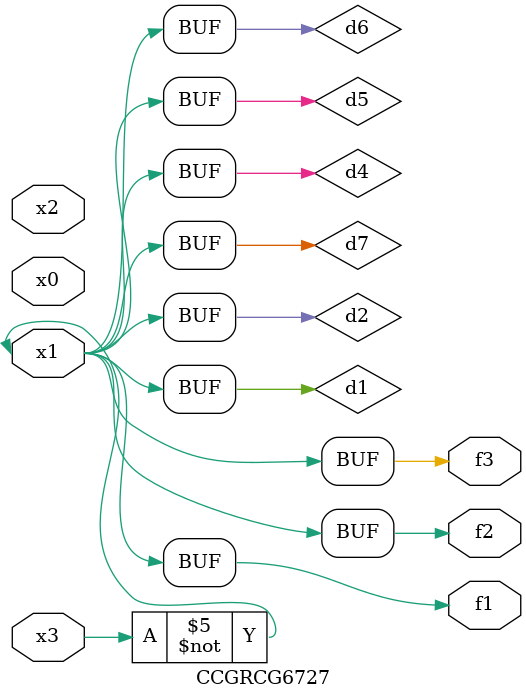
<source format=v>
module CCGRCG6727(
	input x0, x1, x2, x3,
	output f1, f2, f3
);

	wire d1, d2, d3, d4, d5, d6, d7;

	not (d1, x3);
	buf (d2, x1);
	xnor (d3, d1, d2);
	nor (d4, d1);
	buf (d5, d1, d2);
	buf (d6, d4, d5);
	nand (d7, d4);
	assign f1 = d6;
	assign f2 = d7;
	assign f3 = d6;
endmodule

</source>
